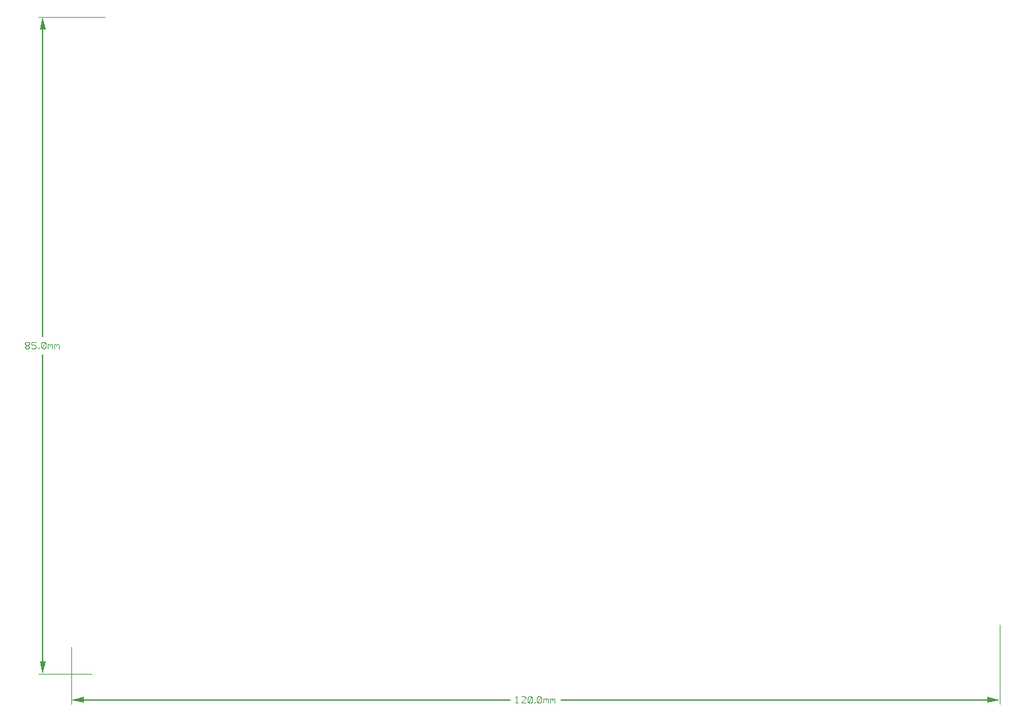
<source format=gbr>
G04 GENERATED BY PULSONIX 7.0 GERBER.DLL 4573*
%INHILLSTAR_95X60_EL_V1_0*%
%LNGERBER_DOCUMENTATION*%
%FSLAX33Y33*%
%IPPOS*%
%LPD*%
%OFA0B0*%
%MOMM*%
%ADD15C,0.125*%
%ADD17C,0.200*%
%ADD281C,0.025*%
%ADD394C,0.001*%
X0Y0D02*
D02*
D15*
X64205Y127074D02*
X64352Y127074D01*
X64499Y127147*
X64573Y127294*
X64499Y127441*
X64352Y127515*
X64205*
X64058Y127441*
X63984Y127294*
X64058Y127147*
X64205Y127074*
X64058Y127000*
X63984Y126853*
X64058Y126706*
X64205Y126633*
X64352*
X64499Y126706*
X64573Y126853*
X64499Y127000*
X64352Y127074*
X64834Y126706D02*
X64981Y126633D01*
X65202*
X65349Y126706*
X65423Y126853*
Y126927*
X65349Y127074*
X65202Y127147*
X64834*
Y127515*
X65423*
X65758Y126633D02*
X65831Y126706D01*
X65758Y126780*
X65684Y126706*
X65758Y126633*
X66145Y126706D02*
X66292Y126633D01*
X66440*
X66587Y126706*
X66660Y126853*
Y127294*
X66587Y127441*
X66440Y127515*
X66292*
X66145Y127441*
X66072Y127294*
Y126853*
X66145Y126706*
X66587Y127441*
X66922Y126633D02*
X66922Y127221D01*
Y127147D02*
X66995Y127221D01*
X67142*
X67216Y127147*
Y126927*
Y127147D02*
X67290Y127221D01*
X67437*
X67510Y127147*
Y126633*
X67772D02*
X67772Y127221D01*
Y127147D02*
X67845Y127221D01*
X67992*
X68066Y127147*
Y126927*
Y127147D02*
X68140Y127221D01*
X68287*
X68360Y127147*
Y126633*
X127431Y80783D02*
X127726Y80783D01*
X127579D02*
X127579Y81665D01*
X127431Y81518*
X128723Y80783D02*
X128134Y80783D01*
X128649Y81297*
X128723Y81444*
X128649Y81591*
X128502Y81665*
X128281*
X128134Y81591*
X129058Y80856D02*
X129205Y80783D01*
X129352*
X129499Y80856*
X129573Y81003*
Y81444*
X129499Y81591*
X129352Y81665*
X129205*
X129058Y81591*
X128984Y81444*
Y81003*
X129058Y80856*
X129499Y81591*
X129908Y80783D02*
X129981Y80856D01*
X129908Y80930*
X129834Y80856*
X129908Y80783*
X130295Y80856D02*
X130442Y80783D01*
X130590*
X130737Y80856*
X130810Y81003*
Y81444*
X130737Y81591*
X130590Y81665*
X130442*
X130295Y81591*
X130222Y81444*
Y81003*
X130295Y80856*
X130737Y81591*
X131072Y80783D02*
X131072Y81371D01*
Y81297D02*
X131145Y81371D01*
X131292*
X131366Y81297*
Y81077*
Y81297D02*
X131440Y81371D01*
X131587*
X131660Y81297*
Y80783*
X131922D02*
X131922Y81371D01*
Y81297D02*
X131995Y81371D01*
X132142*
X132216Y81297*
Y81077*
Y81297D02*
X132290Y81371D01*
X132437*
X132510Y81297*
Y80783*
D02*
D17*
X66303Y85337D02*
Y125850D01*
Y128225D02*
Y168737D01*
X70828Y81187D02*
X126722D01*
X133334D02*
X189228D01*
D02*
D281*
X70028Y88055D02*
Y80687D01*
X72597Y84537D02*
X65803D01*
X74350Y169537D02*
X65803D01*
X190028Y90874D02*
Y80687D01*
D02*
D394*
X66303Y84537D02*
G36*
X65903Y86137D01*
X66703*
X66303Y84537*
G37*
Y169537D02*
G36*
X66703Y167937D01*
X65903*
X66303Y169537*
G37*
X70028Y81187D02*
G36*
X71628Y81587D01*
Y80787*
X70028Y81187*
G37*
X190028D02*
G36*
X188428Y80787D01*
Y81587*
X190028Y81187*
G37*
X0Y0D02*
M02*

</source>
